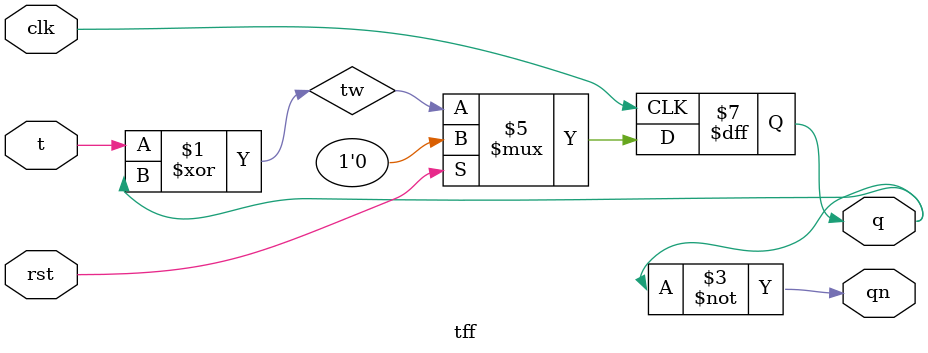
<source format=v>
module tff ( input t, clk, rst,
				output reg q,
				output qn);
				
				
		wire tw;
		xor(tw,t,q);
		
		
		always@(posedge clk) begin
		
			if(rst)
				q<=0;
				
			else begin
			
				q<=tw;
				
			end
			


		end		
		
		
		assign qn = ~q;
		
		
endmodule
</source>
